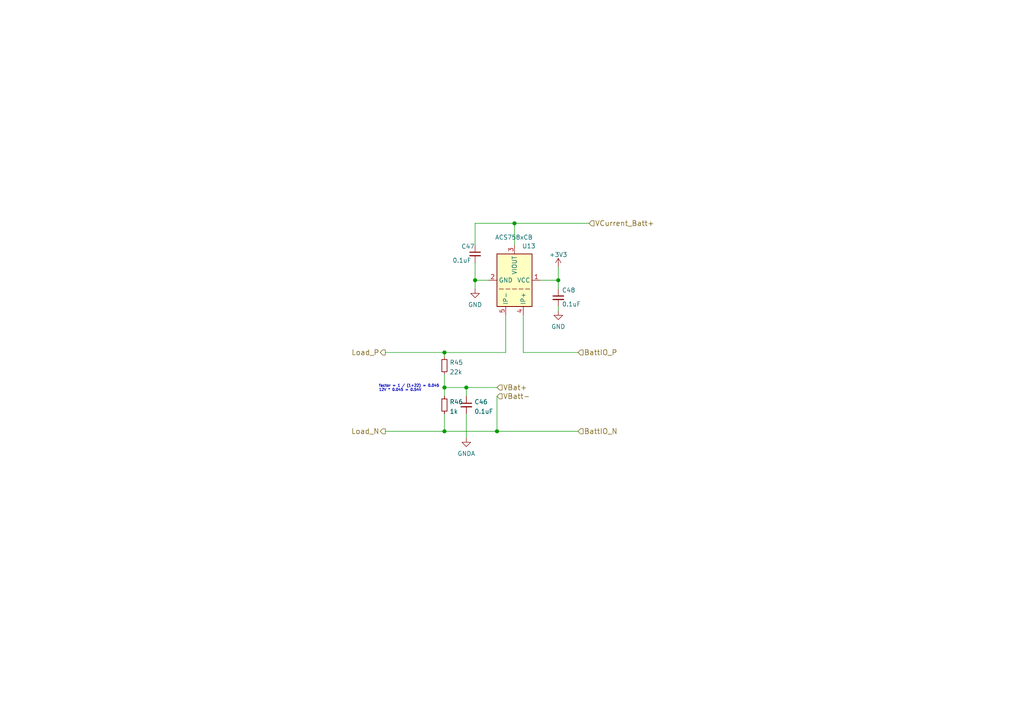
<source format=kicad_sch>
(kicad_sch (version 20211123) (generator eeschema)
  (paper "A4")
  (title_block (title "SolarPump v3") (date "2021-12-10") (rev "1.0") (company "IvimeyCom"))
  (lib_symbols
    (symbol "Device:C_Small" (pin_numbers hide) (pin_names (offset 0.254) hide)
      (property "Reference" "C" (at 0.254 1.778 0))
      (property "Value" "C_Small" (at 0.254 -2.032 0))
      (symbol "C_Small_0_1"
        (polyline (pts (xy -1.524 -0.508) (xy 1.524 -0.508)) (stroke (width 0.3302)))
        (polyline (pts (xy -1.524 0.508) (xy 1.524 0.508)) (stroke (width 0.3048)))
      )
      (symbol "C_Small_1_1"
        (pin passive line (at 0 2.54 270) (length 2.032) (name "~") (number "1"))
        (pin passive line (at 0 -2.54 90) (length 2.032) (name "~") (number "2"))
      )
    )
    (symbol "Device:R_Small" (pin_numbers hide) (pin_names (offset 0.254) hide)
      (property "Reference" "R" (at 0.762 0.508 0))
      (property "Value" "R_Small" (at 0.762 -1.016 0))
      (symbol "R_Small_0_1"
        (rectangle (start -0.762 1.778) (end 0.762 -1.778) (stroke (width 0.2032)))
      )
      (symbol "R_Small_1_1"
        (pin passive line (at 0 2.54 270) (length 0.762) (name "~") (number "1"))
        (pin passive line (at 0 -2.54 90) (length 0.762) (name "~") (number "2"))
      )
    )
    (symbol "Sensor_Current:ACS758xCB-050B-PFF"
      (property "Reference" "U" (at -7.62 6.35 0))
      (property "Value" "ACS758xCB-050B-PFF" (at 2.54 6.35 0))
      (symbol "ACS758xCB-050B-PFF_0_1"
        (rectangle (start -7.62 5.08) (end 7.62 -5.08) (stroke (width 0.254)) (fill (type background)))
        (polyline (pts (xy -2.54 -3.175) (xy -2.54 -4.445)))
        (polyline (pts (xy -2.54 -1.27) (xy -2.54 -2.54)))
        (polyline (pts (xy -2.54 0.635) (xy -2.54 -0.635)))
        (polyline (pts (xy -2.54 1.27) (xy -2.54 2.54)))
        (polyline (pts (xy -2.54 3.175) (xy -2.54 4.445)))
      )
      (symbol "ACS758xCB-050B-PFF_1_1"
        (pin power_in line (at 0 7.62 270) (length 2.54) (name "VCC") (number "1"))
        (pin power_in line (at 0 -7.62 90) (length 2.54) (name "GND") (number "2"))
        (pin output line (at 10.16 0 180) (length 2.54) (name "VIOUT") (number "3"))
        (pin passive line (at -10.16 2.54 0) (length 2.54) (name "IP+") (number "4"))
        (pin passive line (at -10.16 -2.54 0) (length 2.54) (name "IP-") (number "5"))
      )
    )
    (symbol "power:+3V3" (power) (pin_names (offset 0))
      (property "Value" "+3V3" (at 0 3.556 0))
      (symbol "+3V3_0_1"
        (polyline (pts (xy -0.762 1.27) (xy 0 2.54)))
        (polyline (pts (xy 0 0) (xy 0 2.54)))
        (polyline (pts (xy 0 2.54) (xy 0.762 1.27)))
      )
      (symbol "+3V3_1_1"
        (pin power_in line (at 0 0 90) (length 0) hide (name "+3V3") (number "1"))
      )
    )
    (symbol "power:GND" (power) (pin_names (offset 0))
      (property "Value" "GND" (at 0 -3.81 0))
      (symbol "GND_0_1"
        (polyline (pts (xy 0 0) (xy 0 -1.27) (xy 1.27 -1.27) (xy 0 -2.54) (xy -1.27 -1.27) (xy 0 -1.27)))
      )
      (symbol "GND_1_1"
        (pin power_in line (at 0 0 270) (length 0) hide (name "GND") (number "1"))
      )
    )
    (symbol "power:GNDA" (power) (pin_names (offset 0))
      (property "Value" "GNDA" (at 0 -3.81 0))
      (symbol "GNDA_0_1"
        (polyline (pts (xy 0 0) (xy 0 -1.27) (xy 1.27 -1.27) (xy 0 -2.54) (xy -1.27 -1.27) (xy 0 -1.27)))
      )
      (symbol "GNDA_1_1"
        (pin power_in line (at 0 0 270) (length 0) hide (name "GNDA") (number "1"))
      )
    )
  )
  (junction (at 137.795 81.28) (diameter 1.016))
  (junction (at 128.905 125.095) (diameter 1.016))
  (junction (at 149.225 64.77) (diameter 1.016))
  (junction (at 135.255 112.395) (diameter 1.016))
  (junction (at 128.905 112.395) (diameter 1.016))
  (junction (at 144.145 125.095) (diameter 1.016))
  (junction (at 161.925 81.28) (diameter 1.016))
  (junction (at 128.905 102.235) (diameter 1.016))
  (wire (pts (xy 128.905 102.235) (xy 146.685 102.235)))
  (wire (pts (xy 135.255 112.395) (xy 135.255 114.935)))
  (wire (pts (xy 144.145 125.095) (xy 167.64 125.095)))
  (wire (pts (xy 135.255 120.015) (xy 135.255 127)))
  (wire (pts (xy 151.765 91.44) (xy 151.765 102.235)))
  (wire (pts (xy 111.76 125.095) (xy 128.905 125.095)))
  (wire (pts (xy 128.905 120.015) (xy 128.905 125.095)))
  (wire (pts (xy 128.905 112.395) (xy 128.905 114.935)))
  (wire (pts (xy 128.905 108.585) (xy 128.905 112.395)))
  (wire (pts (xy 137.795 71.12) (xy 137.795 64.77)))
  (wire (pts (xy 144.145 114.935) (xy 144.145 125.095)))
  (wire (pts (xy 137.795 81.28) (xy 141.605 81.28)))
  (wire (pts (xy 128.905 102.235) (xy 128.905 103.505)))
  (wire (pts (xy 161.925 88.9) (xy 161.925 90.17)))
  (wire (pts (xy 137.795 81.28) (xy 137.795 83.82)))
  (wire (pts (xy 135.255 112.395) (xy 144.145 112.395)))
  (wire (pts (xy 156.845 81.28) (xy 161.925 81.28)))
  (wire (pts (xy 128.905 112.395) (xy 135.255 112.395)))
  (wire (pts (xy 151.765 102.235) (xy 167.64 102.235)))
  (wire (pts (xy 149.225 64.77) (xy 170.815 64.77)))
  (wire (pts (xy 146.685 102.235) (xy 146.685 91.44)))
  (wire (pts (xy 128.905 125.095) (xy 144.145 125.095)))
  (wire (pts (xy 137.795 64.77) (xy 149.225 64.77)))
  (wire (pts (xy 111.76 102.235) (xy 128.905 102.235)))
  (wire (pts (xy 149.225 64.77) (xy 149.225 71.12)))
  (wire (pts (xy 161.925 77.47) (xy 161.925 81.28)))
  (wire (pts (xy 137.795 76.2) (xy 137.795 81.28)))
  (wire (pts (xy 161.925 83.82) (xy 161.925 81.28)))
  (text "factor = 1 / (1+22) = 0.045\n12V * 0.045 = 0.54V" (at 109.855 113.665 0) (effects (font (size 0.75 0.75)) (justify left bottom)))
  (hierarchical_label "VCurrent_Batt+" (shape input) (at 170.815 64.77 0) (effects (font (size 1.4986 1.4986))))
  (hierarchical_label "BattIO_N" (shape input) (at 167.64 125.095 0) (effects (font (size 1.4986 1.4986))))
  (hierarchical_label "Load_P" (shape output) (at 111.76 102.235 180) (effects (font (size 1.4986 1.4986))))
  (hierarchical_label "VBat+" (shape input) (at 144.145 112.395 0) (effects (font (size 1.4986 1.4986))))
  (hierarchical_label "VBatt-" (shape input) (at 144.145 114.935 0) (effects (font (size 1.4986 1.4986))))
  (hierarchical_label "BattIO_P" (shape input) (at 167.64 102.235 0) (effects (font (size 1.4986 1.4986))))
  (hierarchical_label "Load_N" (shape output) (at 111.76 125.095 180) (effects (font (size 1.4986 1.4986))))
  (symbol (lib_id "Device:R_Small") (at 128.905 117.475 0) (unit 1)
    (property "Reference" "R46" (at 130.4037 116.5665 0) (effects (justify left)))
    (property "Value" "1k" (at 130.4037 119.3416 0) (effects (justify left)))
    (property "Footprint" "Resistor_SMD:R_0805_2012Metric_Pad1.20x1.40mm_HandSolder" (effects hide))
    (property "Manuf" "Yageo" (effects hide))
    (property "Part" "RC0805FR-071KL" (effects hide))
    (property "Vendor" "Mouser" (effects hide))
    (property "Vendor SKU" "603-RC0805FR-071KL" (effects hide))
    (property "Vendor Cost" "0.077" (effects hide))
  )
  (symbol (lib_id "power:+3V3") (at 161.925 77.47 0) (unit 1)
    (property "Reference" "#PWR076" (effects hide))
    (property "Value" "+3V3" (at 161.925 73.8654 0))
  )
  (symbol (lib_id "Device:R_Small") (at 128.905 106.045 0) (unit 1)
    (property "Reference" "R45" (at 130.4037 105.1365 0) (effects (justify left)))
    (property "Value" "22k" (at 130.4037 107.9116 0) (effects (justify left)))
    (property "Footprint" "Resistor_SMD:R_0805_2012Metric_Pad1.20x1.40mm_HandSolder" (effects hide))
    (property "Manuf" "Yageo" (effects hide))
    (property "Part" "RC0805FR-0722KL" (effects hide))
    (property "Vendor" "Mouser" (effects hide))
    (property "Vendor SKU" "603-RC0805FR-0722KL" (effects hide))
    (property "Vendor Cost" "0.077" (effects hide))
  )
  (symbol (lib_id "Device:C_Small") (at 161.925 86.36 0) (unit 1)
    (property "Reference" "C48" (at 162.9792 84.1815 0) (effects (justify left)))
    (property "Value" "0.1uF" (at 162.9792 88.2266 0) (effects (justify left)))
    (property "Footprint" "Capacitor_SMD:C_0805_2012Metric_Pad1.18x1.45mm_HandSolder" (effects hide))
    (property "Datasheet" "https://www.mouser.co.uk/datasheet/2/212/KEM_C1002_X7R_SMD-1102033.pdf" (effects hide))
    (property "Manuf" "Samsung Electro-Mechanics" (effects hide))
    (property "Part" "CL21B104KACNNND" (effects hide))
    (property "Vendor" "Mouser" (effects hide))
    (property "Vendor SKU" "187-CL21B104KACNNND" (effects hide))
    (property "Vendor Cost" "0.016" (effects hide))
  )
  (symbol (lib_id "power:GND") (at 137.795 83.82 0) (unit 1)
    (property "Reference" "#PWR075" (effects hide))
    (property "Value" "GND" (at 137.795 88.3826 0))
  )
  (symbol (lib_id "Sensor_Current:ACS758xCB-050B-PFF") (at 149.225 81.28 270) (mirror x) (unit 1)
    (property "Reference" "U13" (at 151.4035 71.3739 90) (effects (justify left)))
    (property "Value" "ACS758xCB" (at 143.5484 68.8339 90) (effects (justify left)))
    (property "Footprint" "solarpump:Allegro_CB_PFF" (effects hide))
    (property "Datasheet" "http://www.allegromicro.com/~/media/Files/Datasheets/ACS758-Datasheet.ashx?la=en" (effects hide))
  )
  (symbol (lib_id "Device:C_Small") (at 137.795 73.66 0) (unit 1)
    (property "Reference" "C47" (at 133.7692 71.4815 0) (effects (justify left)))
    (property "Value" "0.1uF" (at 131.2292 75.5266 0) (effects (justify left)))
    (property "Footprint" "Capacitor_SMD:C_0805_2012Metric_Pad1.18x1.45mm_HandSolder" (effects hide))
    (property "Datasheet" "https://www.mouser.co.uk/datasheet/2/212/KEM_C1002_X7R_SMD-1102033.pdf" (effects hide))
    (property "Manuf" "Samsung Electro-Mechanics" (effects hide))
    (property "Part" "CL21B104KACNNND" (effects hide))
    (property "Vendor" "Mouser" (effects hide))
    (property "Vendor SKU" "187-CL21B104KACNNND" (effects hide))
    (property "Vendor Cost" "0.016" (effects hide))
  )
  (symbol (lib_id "power:GNDA") (at 135.255 127 0) (unit 1)
    (property "Reference" "#PWR074" (effects hide))
    (property "Value" "GNDA" (at 135.255 131.5626 0))
  )
  (symbol (lib_id "Device:C_Small") (at 135.255 117.475 0) (unit 1)
    (property "Reference" "C46" (at 137.5792 116.5665 0) (effects (justify left)))
    (property "Value" "0.1uF" (at 137.5792 119.3416 0) (effects (justify left)))
    (property "Footprint" "Capacitor_SMD:C_0805_2012Metric_Pad1.18x1.45mm_HandSolder" (effects hide))
    (property "Datasheet" "https://www.mouser.co.uk/datasheet/2/212/KEM_C1002_X7R_SMD-1102033.pdf" (effects hide))
    (property "Manuf" "Samsung Electro-Mechanics" (effects hide))
    (property "Part" "CL21B104KACNNND" (effects hide))
    (property "Vendor" "Mouser" (effects hide))
    (property "Vendor SKU" "187-CL21B104KACNNND" (effects hide))
    (property "Vendor Cost" "0.016" (effects hide))
  )
  (symbol (lib_id "power:GND") (at 161.925 90.17 0) (unit 1)
    (property "Reference" "#PWR077" (effects hide))
    (property "Value" "GND" (at 161.925 94.7326 0))
  )
)
</source>
